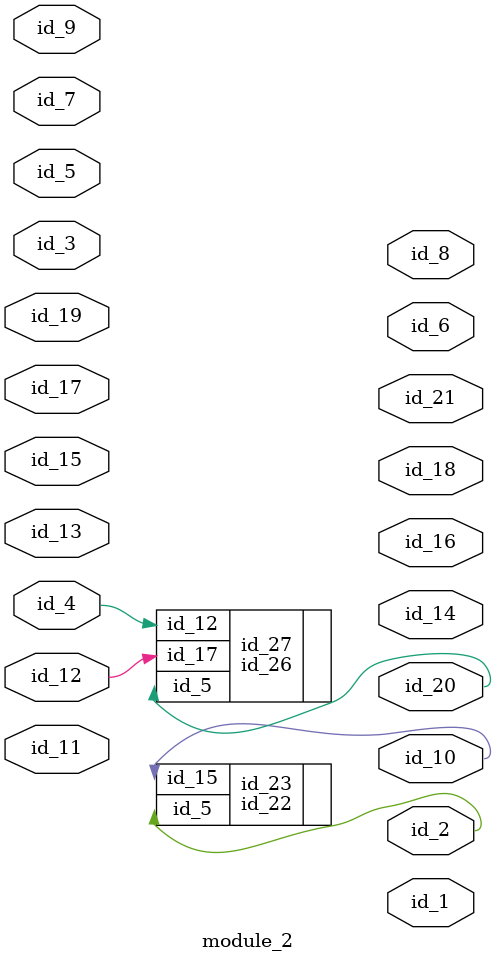
<source format=v>
`define pp_1 0
`define pp_2 0
module module_0 ();
  id_1 id_2 (
      .id_3(id_4),
      .id_3(id_3),
      .id_4(id_4),
      .id_3(id_3),
      .id_3(id_3[id_4]),
      .id_4(id_3)
  );
  id_5 id_6 (
      .id_2(id_2),
      .id_4(id_3)
  );
  id_7 id_8 (
      .id_4(id_3),
      .id_4(id_2),
      .id_4(id_4)
  );
endmodule
`resetall
module module_1 (
    id_1,
    id_2,
    id_3,
    id_4,
    id_5,
    id_6,
    id_7,
    id_8
);
  input id_8;
  output id_7;
  input id_6;
  output id_5;
  input id_4;
  input id_3;
  input id_2;
  output id_1;
  id_9 id_10 (
      .id_11(id_1),
      .id_6 (id_3),
      .id_2 (id_6),
      .id_5 (id_11),
      .id_7 (id_4),
      .id_11(id_4)
  );
  assign id_7 = id_8;
endmodule
module module_2 (
    id_1,
    id_2,
    id_3,
    id_4,
    id_5,
    id_6,
    id_7,
    id_8,
    id_9,
    id_10,
    id_11,
    id_12,
    id_13,
    id_14,
    id_15,
    id_16,
    id_17,
    id_18,
    id_19,
    id_20,
    id_21
);
  output id_21;
  output id_20;
  input id_19;
  output id_18;
  input id_17;
  output id_16;
  input id_15;
  output id_14;
  input id_13;
  input id_12;
  input id_11;
  output id_10;
  input id_9;
  output id_8;
  input id_7;
  output id_6;
  input id_5;
  input id_4;
  input id_3;
  output id_2;
  output id_1;
  id_22 id_23 (
      .id_5 (id_2),
      .id_15(id_10)
  );
  id_24 id_25 (
      .id_12(id_13),
      .id_16(id_5),
      .id_6 (id_13)
  );
  id_26 id_27 (
      .id_17(id_12),
      .id_12(id_4),
      .id_5 (id_20)
  );
endmodule

</source>
